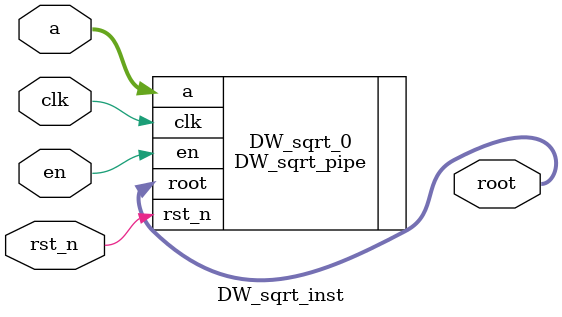
<source format=v>
`include "/usr/local/synopsys/DFT_Compiler/K-2015.06-SP5-5/dw/sim_ver/DW_sqrt_pipe.v"


module DW_sqrt_inst (clk, rst_n, en, a, root);

  parameter width    = 8;

  input clk, rst_n, en;
  input  [width-1 : 0] a;
  output [((width+1)/2)-1 : 0] root;

  // Please add +incdir+$SYNOPSYS/dw/sim_ver+ to your verilog simulator
  // command line (for simulation).

  // instance of DW_sqrt_pipe
  DW_sqrt_pipe #(.width(width)) DW_sqrt_0 (.clk(clk) , .rst_n(rst_n) , .en(en) , .a(a) , .root(root));

endmodule

</source>
